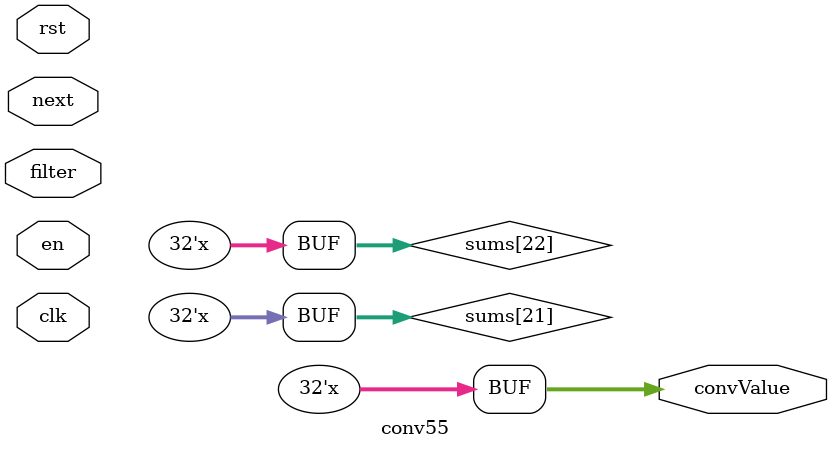
<source format=v>
module conv55 #(parameter BIT_WIDTH = 8, OUT_WIDTH = 32, MAP_SIZE = 32) (
		input clk, //rst,
		input en, rst,	// whether to latch or not
		input signed[BIT_WIDTH-1:0] next,
		input signed[(BIT_WIDTH*25)-1:0] filter,	// 5x5 filter
		//input [BIT_WIDTH-1:0] bias,
		output signed[OUT_WIDTH-1:0] convValue	// size should increase to hold the sum of products
);

reg signed [BIT_WIDTH-1:0] rows[0:4][0:MAP_SIZE-1];
integer i;

always @ (posedge clk or negedge rst) begin
    if (~rst) begin
        for (i = MAP_SIZE-1; i >= 0; i = i-1) begin
			rows[0][i] <= 0;
			rows[1][i] <= 0;
			rows[2][i] <= 0;
			rows[3][i] <= 0;
			rows[4][i] <= 0;
		end
    end
	else if (~en) begin
		for (i = MAP_SIZE-1; i > 0; i = i-1) begin
			rows[0][i] <= rows[0][i-1];
			rows[1][i] <= rows[1][i-1];
			rows[2][i] <= rows[2][i-1];
			rows[3][i] <= rows[3][i-1];
			rows[4][i] <= rows[4][i-1];
		end
		rows[0][0] <= rows[1][MAP_SIZE-1];
		rows[1][0] <= rows[2][MAP_SIZE-1];
		rows[2][0] <= rows[3][MAP_SIZE-1];
		rows[3][0] <= rows[4][MAP_SIZE-1];
		rows[4][0] <= next;
	end
end

// multiply & accumulate in 1 clock cycle
wire signed[63:0] mult55[0:24];
genvar x, y;

// multiplication
//generate
//	for (x = 0; x < 5; x = x+1) begin : sum_rows	// each row
//		for (y = 0; y < 5; y = y+1) begin : sum_columns	// each item in a row
//			assign mult55[5*x+y] = rows[x][4-y] * {{{OUT_WIDTH-BIT_WIDTH}{filter[BIT_WIDTH*(5*x+y+1)-1]}},filter[BIT_WIDTH*(5*x+y+1)-1 : BIT_WIDTH*(5*x+y)]};
//		end
//	end
//endgenerate


mult_gen_0 MUL0(
    .A({{{32-BIT_WIDTH}{1'b0}},rows[0][4]}),.B({{{32-BIT_WIDTH}{filter[BIT_WIDTH-1]}},filter[BIT_WIDTH-1:0]}),
    .CLK(clk),
    .P(mult55[0])
    );
mult_gen_0 MUL1(
    .A({{{32-BIT_WIDTH}{1'b0}},rows[0][3]}),.B({{{32-BIT_WIDTH}{filter[BIT_WIDTH*2-1]}},filter[BIT_WIDTH*2-1:BIT_WIDTH*1]}),
    .CLK(clk),
    .P(mult55[1])
    );
mult_gen_0 MUL2(
    .A({{{32-BIT_WIDTH}{1'b0}},rows[0][2]}),.B({{{32-BIT_WIDTH}{filter[BIT_WIDTH*3-1]}},filter[BIT_WIDTH*3-1:BIT_WIDTH*2]}),
    .CLK(clk),
    .P(mult55[2])
    );
mult_gen_0 MUL3(
    .A({{{32-BIT_WIDTH}{1'b0}},rows[0][1]}),.B({{{32-BIT_WIDTH}{filter[BIT_WIDTH*4-1]}},filter[BIT_WIDTH*4-1:BIT_WIDTH*3]}),
    .CLK(clk),
    .P(mult55[3])
    );
mult_gen_0 MUL4(
    .A({{{32-BIT_WIDTH}{1'b0}},rows[0][0]}),.B({{{32-BIT_WIDTH}{filter[BIT_WIDTH*5-1]}},filter[BIT_WIDTH*5-1:BIT_WIDTH*4]}),
    .CLK(clk),
    .P(mult55[4])
    );
mult_gen_0 MUL5(
    .A({{{32-BIT_WIDTH}{1'b0}},rows[1][4]}),.B({{{32-BIT_WIDTH}{filter[BIT_WIDTH*6-1]}},filter[BIT_WIDTH*6-1:BIT_WIDTH*5]}),
    .CLK(clk),
    .P(mult55[5])
    );
mult_gen_0 MUL6(
    .A({{{32-BIT_WIDTH}{1'b0}},rows[1][3]}),.B({{{32-BIT_WIDTH}{filter[BIT_WIDTH*7-1]}},filter[BIT_WIDTH*7-1:BIT_WIDTH*6]}),
    .CLK(clk),
    .P(mult55[6])
    );
mult_gen_0 MUL7(
    .A({{{32-BIT_WIDTH}{1'b0}},rows[1][2]}),.B({{{32-BIT_WIDTH}{filter[BIT_WIDTH*8-1]}},filter[BIT_WIDTH*8-1:BIT_WIDTH*7]}),
    .CLK(clk),
    .P(mult55[7])
    );
mult_gen_0 MUL8(
    .A({{{32-BIT_WIDTH}{1'b0}},rows[1][1]}),.B({{{32-BIT_WIDTH}{filter[BIT_WIDTH*9-1]}},filter[BIT_WIDTH*9-1:BIT_WIDTH*8]}),
    .CLK(clk),
    .P(mult55[8])
    );
mult_gen_0 MUL9(
    .A({{{32-BIT_WIDTH}{1'b0}},rows[1][0]}),.B({{{32-BIT_WIDTH}{filter[BIT_WIDTH*10-1]}},filter[BIT_WIDTH*10-1:BIT_WIDTH*9]}),
    .CLK(clk),
    .P(mult55[9])
    );
mult_gen_0 MUL10(
    .A({{{32-BIT_WIDTH}{1'b0}},rows[2][4]}),.B({{{32-BIT_WIDTH}{filter[BIT_WIDTH*11-1]}},filter[BIT_WIDTH*11-1:BIT_WIDTH*10]}),
    .CLK(clk),
    .P(mult55[10])
    );
mult_gen_0 MUL11(
    .A({{{32-BIT_WIDTH}{1'b0}},rows[2][3]}),.B({{{32-BIT_WIDTH}{filter[BIT_WIDTH*12-1]}},filter[BIT_WIDTH*12-1:BIT_WIDTH*11]}),
    .CLK(clk),
    .P(mult55[11])
    );
mult_gen_0 MUL12(
    .A({{{32-BIT_WIDTH}{1'b0}},rows[2][2]}),.B({{{32-BIT_WIDTH}{filter[BIT_WIDTH*13-1]}},filter[BIT_WIDTH*13-1:BIT_WIDTH*12]}),
    .CLK(clk),
    .P(mult55[12])
    );
mult_gen_0 MUL13(
    .A({{{32-BIT_WIDTH}{1'b0}},rows[2][1]}),.B({{{32-BIT_WIDTH}{filter[BIT_WIDTH*14-1]}},filter[BIT_WIDTH*14-1:BIT_WIDTH*13]}),
    .CLK(clk),
    .P(mult55[13])
    );
mult_gen_0 MUL14(
    .A({{{32-BIT_WIDTH}{1'b0}},rows[2][0]}),.B({{{32-BIT_WIDTH}{filter[BIT_WIDTH*15-1]}},filter[BIT_WIDTH*15-1:BIT_WIDTH*14]}),
    .CLK(clk),
    .P(mult55[14])
    );
mult_gen_0 MUL15(
    .A({{{32-BIT_WIDTH}{1'b0}},rows[3][4]}),.B({{{32-BIT_WIDTH}{filter[BIT_WIDTH*16-1]}},filter[BIT_WIDTH*16-1:BIT_WIDTH*15]}),
    .CLK(clk),
    .P(mult55[15])
    );
mult_gen_0 MUL16(
    .A({{{32-BIT_WIDTH}{1'b0}},rows[3][3]}),.B({{{32-BIT_WIDTH}{filter[BIT_WIDTH*17-1]}},filter[BIT_WIDTH*17-1:BIT_WIDTH*16]}),
    .CLK(clk),
    .P(mult55[16])
    );
mult_gen_0 MUL17(
    .A({{{32-BIT_WIDTH}{1'b0}},rows[3][2]}),.B({{{32-BIT_WIDTH}{filter[BIT_WIDTH*18-1]}},filter[BIT_WIDTH*18-1:BIT_WIDTH*17]}),
    .CLK(clk),
    .P(mult55[17])
    );
mult_gen_0 MUL18(
    .A({{{32-BIT_WIDTH}{1'b0}},rows[3][1]}),.B({{{32-BIT_WIDTH}{filter[BIT_WIDTH*19-1]}},filter[BIT_WIDTH*19-1:BIT_WIDTH*18]}),
    .CLK(clk),
    .P(mult55[18])
    );
mult_gen_0 MUL19(
    .A({{{32-BIT_WIDTH}{1'b0}},rows[3][0]}),.B({{{32-BIT_WIDTH}{filter[BIT_WIDTH*20-1]}},filter[BIT_WIDTH*20-1:BIT_WIDTH*19]}),
    .CLK(clk),
    .P(mult55[19])
    );
mult_gen_0 MUL20(
    .A({{{32-BIT_WIDTH}{1'b0}},rows[4][4]}),.B({{{32-BIT_WIDTH}{filter[BIT_WIDTH*21-1]}},filter[BIT_WIDTH*21-1:BIT_WIDTH*20]}),
    .CLK(clk),
    .P(mult55[20])
    );
mult_gen_0 MUL21(
    .A({{{32-BIT_WIDTH}{1'b0}},rows[4][3]}),.B({{{32-BIT_WIDTH}{filter[BIT_WIDTH*22-1]}},filter[BIT_WIDTH*22-1:BIT_WIDTH*21]}),
    .CLK(clk),
    .P(mult55[21])
    );
mult_gen_0 MUL22(
    .A({{{32-BIT_WIDTH}{1'b0}},rows[4][2]}),.B({{{32-BIT_WIDTH}{filter[BIT_WIDTH*23-1]}},filter[BIT_WIDTH*23-1:BIT_WIDTH*22]}),
    .CLK(clk),
    .P(mult55[22])
    );
mult_gen_0 MUL23(
    .A({{{32-BIT_WIDTH}{1'b0}},rows[4][1]}),.B({{{32-BIT_WIDTH}{filter[BIT_WIDTH*24-1]}},filter[BIT_WIDTH*24-1:BIT_WIDTH*23]}),
    .CLK(clk),
    .P(mult55[23])
    );
mult_gen_0 MUL24(
    .A({{{32-BIT_WIDTH}{1'b0}},rows[4][0]}),.B({{{32-BIT_WIDTH}{filter[BIT_WIDTH*25-1]}},filter[BIT_WIDTH*25-1:BIT_WIDTH*24]}),
    .CLK(clk),
    .P(mult55[24])
    );
// adder tree
wire signed[OUT_WIDTH-1:0] sums[0:22];	// 25-2 intermediate sums
generate
	// sums[0] to sums[11]
	for (x = 0; x < 12; x = x+1) begin : addertree_nodes0
		assign sums[x] = mult55[x*2] + mult55[x*2+1];
	end
	// sums[12] to sums[17]
	for (x = 0; x < 6; x = x+1) begin : addertree_nodes1
		assign sums[x+12] = sums[x*2] + sums[x*2+1];
	end
	// sums[18] to sums[20]
	for (x = 0; x < 3; x = x+1) begin : addertree_nodes2
		assign sums[x+18] = sums[x*2+12] + sums[x*2+13];
	end
	// sums[21] = sums[18] + sums[19]
	assign sums[21] = sums[18] + sums[19];
	// sums[22] = sums[20] + mult55[24]
	assign sums[22] = sums[20] + mult55[24];
endgenerate

// final sum
assign convValue = sums[21] + sums[22];

endmodule

</source>
